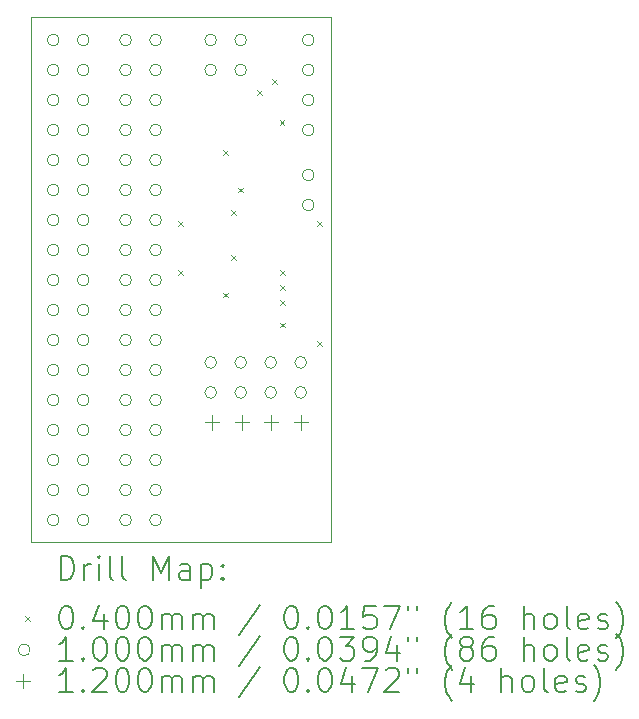
<source format=gbr>
%TF.GenerationSoftware,KiCad,Pcbnew,6.0.8-f2edbf62ab~116~ubuntu22.04.1*%
%TF.CreationDate,2022-10-12T19:38:26+02:00*%
%TF.ProjectId,Amiga dual floppy selector,416d6967-6120-4647-9561-6c20666c6f70,0.2*%
%TF.SameCoordinates,Original*%
%TF.FileFunction,Drillmap*%
%TF.FilePolarity,Positive*%
%FSLAX45Y45*%
G04 Gerber Fmt 4.5, Leading zero omitted, Abs format (unit mm)*
G04 Created by KiCad (PCBNEW 6.0.8-f2edbf62ab~116~ubuntu22.04.1) date 2022-10-12 19:38:26*
%MOMM*%
%LPD*%
G01*
G04 APERTURE LIST*
%ADD10C,0.100000*%
%ADD11C,0.200000*%
%ADD12C,0.040000*%
%ADD13C,0.120000*%
G04 APERTURE END LIST*
D10*
X13144500Y-6667500D02*
X10604500Y-6667500D01*
X10604500Y-6667500D02*
X10604500Y-11112500D01*
X13144500Y-11112500D02*
X13144500Y-6667500D01*
X10604500Y-11112500D02*
X13144500Y-11112500D01*
D11*
D12*
X11854500Y-8393750D02*
X11894500Y-8433750D01*
X11894500Y-8393750D02*
X11854500Y-8433750D01*
X11854500Y-8806500D02*
X11894500Y-8846500D01*
X11894500Y-8806500D02*
X11854500Y-8846500D01*
X12235500Y-7790500D02*
X12275500Y-7830500D01*
X12275500Y-7790500D02*
X12235500Y-7830500D01*
X12235500Y-8997000D02*
X12275500Y-9037000D01*
X12275500Y-8997000D02*
X12235500Y-9037000D01*
X12299000Y-8298500D02*
X12339000Y-8338500D01*
X12339000Y-8298500D02*
X12299000Y-8338500D01*
X12299000Y-8679500D02*
X12339000Y-8719500D01*
X12339000Y-8679500D02*
X12299000Y-8719500D01*
X12362500Y-8108000D02*
X12402500Y-8148000D01*
X12402500Y-8108000D02*
X12362500Y-8148000D01*
X12521250Y-7282500D02*
X12561250Y-7322500D01*
X12561250Y-7282500D02*
X12521250Y-7322500D01*
X12648250Y-7187250D02*
X12688250Y-7227250D01*
X12688250Y-7187250D02*
X12648250Y-7227250D01*
X12711750Y-7536500D02*
X12751750Y-7576500D01*
X12751750Y-7536500D02*
X12711750Y-7576500D01*
X12718100Y-8806377D02*
X12758100Y-8846377D01*
X12758100Y-8806377D02*
X12718100Y-8846377D01*
X12718100Y-8933500D02*
X12758100Y-8973500D01*
X12758100Y-8933500D02*
X12718100Y-8973500D01*
X12718100Y-9060500D02*
X12758100Y-9100500D01*
X12758100Y-9060500D02*
X12718100Y-9100500D01*
X12718100Y-9251000D02*
X12758100Y-9291000D01*
X12758100Y-9251000D02*
X12718100Y-9291000D01*
X13029250Y-8393750D02*
X13069250Y-8433750D01*
X13069250Y-8393750D02*
X13029250Y-8433750D01*
X13029250Y-9409750D02*
X13069250Y-9449750D01*
X13069250Y-9409750D02*
X13029250Y-9449750D01*
D10*
X10845000Y-6858000D02*
G75*
G03*
X10845000Y-6858000I-50000J0D01*
G01*
X10845000Y-7112000D02*
G75*
G03*
X10845000Y-7112000I-50000J0D01*
G01*
X10845000Y-7366000D02*
G75*
G03*
X10845000Y-7366000I-50000J0D01*
G01*
X10845000Y-7620000D02*
G75*
G03*
X10845000Y-7620000I-50000J0D01*
G01*
X10845000Y-7874000D02*
G75*
G03*
X10845000Y-7874000I-50000J0D01*
G01*
X10845000Y-8128000D02*
G75*
G03*
X10845000Y-8128000I-50000J0D01*
G01*
X10845000Y-8382000D02*
G75*
G03*
X10845000Y-8382000I-50000J0D01*
G01*
X10845000Y-8636000D02*
G75*
G03*
X10845000Y-8636000I-50000J0D01*
G01*
X10845000Y-8890000D02*
G75*
G03*
X10845000Y-8890000I-50000J0D01*
G01*
X10845000Y-9144000D02*
G75*
G03*
X10845000Y-9144000I-50000J0D01*
G01*
X10845000Y-9398000D02*
G75*
G03*
X10845000Y-9398000I-50000J0D01*
G01*
X10845000Y-9652000D02*
G75*
G03*
X10845000Y-9652000I-50000J0D01*
G01*
X10845000Y-9906000D02*
G75*
G03*
X10845000Y-9906000I-50000J0D01*
G01*
X10845000Y-10160000D02*
G75*
G03*
X10845000Y-10160000I-50000J0D01*
G01*
X10845000Y-10414000D02*
G75*
G03*
X10845000Y-10414000I-50000J0D01*
G01*
X10845000Y-10668000D02*
G75*
G03*
X10845000Y-10668000I-50000J0D01*
G01*
X10845000Y-10922000D02*
G75*
G03*
X10845000Y-10922000I-50000J0D01*
G01*
X11099000Y-6858000D02*
G75*
G03*
X11099000Y-6858000I-50000J0D01*
G01*
X11099000Y-7112000D02*
G75*
G03*
X11099000Y-7112000I-50000J0D01*
G01*
X11099000Y-7366000D02*
G75*
G03*
X11099000Y-7366000I-50000J0D01*
G01*
X11099000Y-7620000D02*
G75*
G03*
X11099000Y-7620000I-50000J0D01*
G01*
X11099000Y-7874000D02*
G75*
G03*
X11099000Y-7874000I-50000J0D01*
G01*
X11099000Y-8128000D02*
G75*
G03*
X11099000Y-8128000I-50000J0D01*
G01*
X11099000Y-8382000D02*
G75*
G03*
X11099000Y-8382000I-50000J0D01*
G01*
X11099000Y-8636000D02*
G75*
G03*
X11099000Y-8636000I-50000J0D01*
G01*
X11099000Y-8890000D02*
G75*
G03*
X11099000Y-8890000I-50000J0D01*
G01*
X11099000Y-9144000D02*
G75*
G03*
X11099000Y-9144000I-50000J0D01*
G01*
X11099000Y-9398000D02*
G75*
G03*
X11099000Y-9398000I-50000J0D01*
G01*
X11099000Y-9652000D02*
G75*
G03*
X11099000Y-9652000I-50000J0D01*
G01*
X11099000Y-9906000D02*
G75*
G03*
X11099000Y-9906000I-50000J0D01*
G01*
X11099000Y-10160000D02*
G75*
G03*
X11099000Y-10160000I-50000J0D01*
G01*
X11099000Y-10414000D02*
G75*
G03*
X11099000Y-10414000I-50000J0D01*
G01*
X11099000Y-10668000D02*
G75*
G03*
X11099000Y-10668000I-50000J0D01*
G01*
X11099000Y-10922000D02*
G75*
G03*
X11099000Y-10922000I-50000J0D01*
G01*
X11458022Y-6859000D02*
G75*
G03*
X11458022Y-6859000I-50000J0D01*
G01*
X11458022Y-7113000D02*
G75*
G03*
X11458022Y-7113000I-50000J0D01*
G01*
X11458022Y-7367000D02*
G75*
G03*
X11458022Y-7367000I-50000J0D01*
G01*
X11458022Y-7621000D02*
G75*
G03*
X11458022Y-7621000I-50000J0D01*
G01*
X11458022Y-7875000D02*
G75*
G03*
X11458022Y-7875000I-50000J0D01*
G01*
X11458022Y-8129000D02*
G75*
G03*
X11458022Y-8129000I-50000J0D01*
G01*
X11458022Y-8383000D02*
G75*
G03*
X11458022Y-8383000I-50000J0D01*
G01*
X11458022Y-8637000D02*
G75*
G03*
X11458022Y-8637000I-50000J0D01*
G01*
X11458022Y-8891000D02*
G75*
G03*
X11458022Y-8891000I-50000J0D01*
G01*
X11458022Y-9145000D02*
G75*
G03*
X11458022Y-9145000I-50000J0D01*
G01*
X11458022Y-9399000D02*
G75*
G03*
X11458022Y-9399000I-50000J0D01*
G01*
X11458022Y-9653000D02*
G75*
G03*
X11458022Y-9653000I-50000J0D01*
G01*
X11458022Y-9907000D02*
G75*
G03*
X11458022Y-9907000I-50000J0D01*
G01*
X11458022Y-10161000D02*
G75*
G03*
X11458022Y-10161000I-50000J0D01*
G01*
X11458022Y-10415000D02*
G75*
G03*
X11458022Y-10415000I-50000J0D01*
G01*
X11458022Y-10669000D02*
G75*
G03*
X11458022Y-10669000I-50000J0D01*
G01*
X11458022Y-10923000D02*
G75*
G03*
X11458022Y-10923000I-50000J0D01*
G01*
X11712022Y-6859000D02*
G75*
G03*
X11712022Y-6859000I-50000J0D01*
G01*
X11712022Y-7113000D02*
G75*
G03*
X11712022Y-7113000I-50000J0D01*
G01*
X11712022Y-7367000D02*
G75*
G03*
X11712022Y-7367000I-50000J0D01*
G01*
X11712022Y-7621000D02*
G75*
G03*
X11712022Y-7621000I-50000J0D01*
G01*
X11712022Y-7875000D02*
G75*
G03*
X11712022Y-7875000I-50000J0D01*
G01*
X11712022Y-8129000D02*
G75*
G03*
X11712022Y-8129000I-50000J0D01*
G01*
X11712022Y-8383000D02*
G75*
G03*
X11712022Y-8383000I-50000J0D01*
G01*
X11712022Y-8637000D02*
G75*
G03*
X11712022Y-8637000I-50000J0D01*
G01*
X11712022Y-8891000D02*
G75*
G03*
X11712022Y-8891000I-50000J0D01*
G01*
X11712022Y-9145000D02*
G75*
G03*
X11712022Y-9145000I-50000J0D01*
G01*
X11712022Y-9399000D02*
G75*
G03*
X11712022Y-9399000I-50000J0D01*
G01*
X11712022Y-9653000D02*
G75*
G03*
X11712022Y-9653000I-50000J0D01*
G01*
X11712022Y-9907000D02*
G75*
G03*
X11712022Y-9907000I-50000J0D01*
G01*
X11712022Y-10161000D02*
G75*
G03*
X11712022Y-10161000I-50000J0D01*
G01*
X11712022Y-10415000D02*
G75*
G03*
X11712022Y-10415000I-50000J0D01*
G01*
X11712022Y-10669000D02*
G75*
G03*
X11712022Y-10669000I-50000J0D01*
G01*
X11712022Y-10923000D02*
G75*
G03*
X11712022Y-10923000I-50000J0D01*
G01*
X12178500Y-6858000D02*
G75*
G03*
X12178500Y-6858000I-50000J0D01*
G01*
X12178500Y-7112000D02*
G75*
G03*
X12178500Y-7112000I-50000J0D01*
G01*
X12178500Y-9588500D02*
G75*
G03*
X12178500Y-9588500I-50000J0D01*
G01*
X12178500Y-9842500D02*
G75*
G03*
X12178500Y-9842500I-50000J0D01*
G01*
X12432500Y-6858000D02*
G75*
G03*
X12432500Y-6858000I-50000J0D01*
G01*
X12432500Y-7112000D02*
G75*
G03*
X12432500Y-7112000I-50000J0D01*
G01*
X12432500Y-9588500D02*
G75*
G03*
X12432500Y-9588500I-50000J0D01*
G01*
X12432500Y-9842500D02*
G75*
G03*
X12432500Y-9842500I-50000J0D01*
G01*
X12686500Y-9588500D02*
G75*
G03*
X12686500Y-9588500I-50000J0D01*
G01*
X12686500Y-9842500D02*
G75*
G03*
X12686500Y-9842500I-50000J0D01*
G01*
X12940500Y-9588500D02*
G75*
G03*
X12940500Y-9588500I-50000J0D01*
G01*
X12940500Y-9842500D02*
G75*
G03*
X12940500Y-9842500I-50000J0D01*
G01*
X13004000Y-6858000D02*
G75*
G03*
X13004000Y-6858000I-50000J0D01*
G01*
X13004000Y-7112000D02*
G75*
G03*
X13004000Y-7112000I-50000J0D01*
G01*
X13004000Y-7366000D02*
G75*
G03*
X13004000Y-7366000I-50000J0D01*
G01*
X13004000Y-7620000D02*
G75*
G03*
X13004000Y-7620000I-50000J0D01*
G01*
X13004000Y-8001000D02*
G75*
G03*
X13004000Y-8001000I-50000J0D01*
G01*
X13004000Y-8255000D02*
G75*
G03*
X13004000Y-8255000I-50000J0D01*
G01*
D13*
X12140500Y-10036500D02*
X12140500Y-10156500D01*
X12080500Y-10096500D02*
X12200500Y-10096500D01*
X12390500Y-10036500D02*
X12390500Y-10156500D01*
X12330500Y-10096500D02*
X12450500Y-10096500D01*
X12640500Y-10036500D02*
X12640500Y-10156500D01*
X12580500Y-10096500D02*
X12700500Y-10096500D01*
X12890500Y-10036500D02*
X12890500Y-10156500D01*
X12830500Y-10096500D02*
X12950500Y-10096500D01*
D11*
X10857119Y-11427976D02*
X10857119Y-11227976D01*
X10904738Y-11227976D01*
X10933310Y-11237500D01*
X10952357Y-11256548D01*
X10961881Y-11275595D01*
X10971405Y-11313690D01*
X10971405Y-11342262D01*
X10961881Y-11380357D01*
X10952357Y-11399405D01*
X10933310Y-11418452D01*
X10904738Y-11427976D01*
X10857119Y-11427976D01*
X11057119Y-11427976D02*
X11057119Y-11294643D01*
X11057119Y-11332738D02*
X11066643Y-11313690D01*
X11076167Y-11304167D01*
X11095214Y-11294643D01*
X11114262Y-11294643D01*
X11180929Y-11427976D02*
X11180929Y-11294643D01*
X11180929Y-11227976D02*
X11171405Y-11237500D01*
X11180929Y-11247024D01*
X11190452Y-11237500D01*
X11180929Y-11227976D01*
X11180929Y-11247024D01*
X11304738Y-11427976D02*
X11285690Y-11418452D01*
X11276167Y-11399405D01*
X11276167Y-11227976D01*
X11409500Y-11427976D02*
X11390452Y-11418452D01*
X11380928Y-11399405D01*
X11380928Y-11227976D01*
X11638071Y-11427976D02*
X11638071Y-11227976D01*
X11704738Y-11370833D01*
X11771405Y-11227976D01*
X11771405Y-11427976D01*
X11952357Y-11427976D02*
X11952357Y-11323214D01*
X11942833Y-11304167D01*
X11923786Y-11294643D01*
X11885690Y-11294643D01*
X11866643Y-11304167D01*
X11952357Y-11418452D02*
X11933309Y-11427976D01*
X11885690Y-11427976D01*
X11866643Y-11418452D01*
X11857119Y-11399405D01*
X11857119Y-11380357D01*
X11866643Y-11361309D01*
X11885690Y-11351786D01*
X11933309Y-11351786D01*
X11952357Y-11342262D01*
X12047595Y-11294643D02*
X12047595Y-11494643D01*
X12047595Y-11304167D02*
X12066643Y-11294643D01*
X12104738Y-11294643D01*
X12123786Y-11304167D01*
X12133309Y-11313690D01*
X12142833Y-11332738D01*
X12142833Y-11389881D01*
X12133309Y-11408928D01*
X12123786Y-11418452D01*
X12104738Y-11427976D01*
X12066643Y-11427976D01*
X12047595Y-11418452D01*
X12228548Y-11408928D02*
X12238071Y-11418452D01*
X12228548Y-11427976D01*
X12219024Y-11418452D01*
X12228548Y-11408928D01*
X12228548Y-11427976D01*
X12228548Y-11304167D02*
X12238071Y-11313690D01*
X12228548Y-11323214D01*
X12219024Y-11313690D01*
X12228548Y-11304167D01*
X12228548Y-11323214D01*
D12*
X10559500Y-11737500D02*
X10599500Y-11777500D01*
X10599500Y-11737500D02*
X10559500Y-11777500D01*
D11*
X10895214Y-11647976D02*
X10914262Y-11647976D01*
X10933310Y-11657500D01*
X10942833Y-11667024D01*
X10952357Y-11686071D01*
X10961881Y-11724167D01*
X10961881Y-11771786D01*
X10952357Y-11809881D01*
X10942833Y-11828928D01*
X10933310Y-11838452D01*
X10914262Y-11847976D01*
X10895214Y-11847976D01*
X10876167Y-11838452D01*
X10866643Y-11828928D01*
X10857119Y-11809881D01*
X10847595Y-11771786D01*
X10847595Y-11724167D01*
X10857119Y-11686071D01*
X10866643Y-11667024D01*
X10876167Y-11657500D01*
X10895214Y-11647976D01*
X11047595Y-11828928D02*
X11057119Y-11838452D01*
X11047595Y-11847976D01*
X11038071Y-11838452D01*
X11047595Y-11828928D01*
X11047595Y-11847976D01*
X11228548Y-11714643D02*
X11228548Y-11847976D01*
X11180929Y-11638452D02*
X11133310Y-11781309D01*
X11257119Y-11781309D01*
X11371405Y-11647976D02*
X11390452Y-11647976D01*
X11409500Y-11657500D01*
X11419024Y-11667024D01*
X11428548Y-11686071D01*
X11438071Y-11724167D01*
X11438071Y-11771786D01*
X11428548Y-11809881D01*
X11419024Y-11828928D01*
X11409500Y-11838452D01*
X11390452Y-11847976D01*
X11371405Y-11847976D01*
X11352357Y-11838452D01*
X11342833Y-11828928D01*
X11333309Y-11809881D01*
X11323786Y-11771786D01*
X11323786Y-11724167D01*
X11333309Y-11686071D01*
X11342833Y-11667024D01*
X11352357Y-11657500D01*
X11371405Y-11647976D01*
X11561881Y-11647976D02*
X11580928Y-11647976D01*
X11599976Y-11657500D01*
X11609500Y-11667024D01*
X11619024Y-11686071D01*
X11628548Y-11724167D01*
X11628548Y-11771786D01*
X11619024Y-11809881D01*
X11609500Y-11828928D01*
X11599976Y-11838452D01*
X11580928Y-11847976D01*
X11561881Y-11847976D01*
X11542833Y-11838452D01*
X11533309Y-11828928D01*
X11523786Y-11809881D01*
X11514262Y-11771786D01*
X11514262Y-11724167D01*
X11523786Y-11686071D01*
X11533309Y-11667024D01*
X11542833Y-11657500D01*
X11561881Y-11647976D01*
X11714262Y-11847976D02*
X11714262Y-11714643D01*
X11714262Y-11733690D02*
X11723786Y-11724167D01*
X11742833Y-11714643D01*
X11771405Y-11714643D01*
X11790452Y-11724167D01*
X11799976Y-11743214D01*
X11799976Y-11847976D01*
X11799976Y-11743214D02*
X11809500Y-11724167D01*
X11828548Y-11714643D01*
X11857119Y-11714643D01*
X11876167Y-11724167D01*
X11885690Y-11743214D01*
X11885690Y-11847976D01*
X11980928Y-11847976D02*
X11980928Y-11714643D01*
X11980928Y-11733690D02*
X11990452Y-11724167D01*
X12009500Y-11714643D01*
X12038071Y-11714643D01*
X12057119Y-11724167D01*
X12066643Y-11743214D01*
X12066643Y-11847976D01*
X12066643Y-11743214D02*
X12076167Y-11724167D01*
X12095214Y-11714643D01*
X12123786Y-11714643D01*
X12142833Y-11724167D01*
X12152357Y-11743214D01*
X12152357Y-11847976D01*
X12542833Y-11638452D02*
X12371405Y-11895595D01*
X12799976Y-11647976D02*
X12819024Y-11647976D01*
X12838071Y-11657500D01*
X12847595Y-11667024D01*
X12857119Y-11686071D01*
X12866643Y-11724167D01*
X12866643Y-11771786D01*
X12857119Y-11809881D01*
X12847595Y-11828928D01*
X12838071Y-11838452D01*
X12819024Y-11847976D01*
X12799976Y-11847976D01*
X12780928Y-11838452D01*
X12771405Y-11828928D01*
X12761881Y-11809881D01*
X12752357Y-11771786D01*
X12752357Y-11724167D01*
X12761881Y-11686071D01*
X12771405Y-11667024D01*
X12780928Y-11657500D01*
X12799976Y-11647976D01*
X12952357Y-11828928D02*
X12961881Y-11838452D01*
X12952357Y-11847976D01*
X12942833Y-11838452D01*
X12952357Y-11828928D01*
X12952357Y-11847976D01*
X13085690Y-11647976D02*
X13104738Y-11647976D01*
X13123786Y-11657500D01*
X13133309Y-11667024D01*
X13142833Y-11686071D01*
X13152357Y-11724167D01*
X13152357Y-11771786D01*
X13142833Y-11809881D01*
X13133309Y-11828928D01*
X13123786Y-11838452D01*
X13104738Y-11847976D01*
X13085690Y-11847976D01*
X13066643Y-11838452D01*
X13057119Y-11828928D01*
X13047595Y-11809881D01*
X13038071Y-11771786D01*
X13038071Y-11724167D01*
X13047595Y-11686071D01*
X13057119Y-11667024D01*
X13066643Y-11657500D01*
X13085690Y-11647976D01*
X13342833Y-11847976D02*
X13228548Y-11847976D01*
X13285690Y-11847976D02*
X13285690Y-11647976D01*
X13266643Y-11676548D01*
X13247595Y-11695595D01*
X13228548Y-11705119D01*
X13523786Y-11647976D02*
X13428548Y-11647976D01*
X13419024Y-11743214D01*
X13428548Y-11733690D01*
X13447595Y-11724167D01*
X13495214Y-11724167D01*
X13514262Y-11733690D01*
X13523786Y-11743214D01*
X13533309Y-11762262D01*
X13533309Y-11809881D01*
X13523786Y-11828928D01*
X13514262Y-11838452D01*
X13495214Y-11847976D01*
X13447595Y-11847976D01*
X13428548Y-11838452D01*
X13419024Y-11828928D01*
X13599976Y-11647976D02*
X13733309Y-11647976D01*
X13647595Y-11847976D01*
X13799976Y-11647976D02*
X13799976Y-11686071D01*
X13876167Y-11647976D02*
X13876167Y-11686071D01*
X14171405Y-11924167D02*
X14161881Y-11914643D01*
X14142833Y-11886071D01*
X14133309Y-11867024D01*
X14123786Y-11838452D01*
X14114262Y-11790833D01*
X14114262Y-11752738D01*
X14123786Y-11705119D01*
X14133309Y-11676548D01*
X14142833Y-11657500D01*
X14161881Y-11628928D01*
X14171405Y-11619405D01*
X14352357Y-11847976D02*
X14238071Y-11847976D01*
X14295214Y-11847976D02*
X14295214Y-11647976D01*
X14276167Y-11676548D01*
X14257119Y-11695595D01*
X14238071Y-11705119D01*
X14523786Y-11647976D02*
X14485690Y-11647976D01*
X14466643Y-11657500D01*
X14457119Y-11667024D01*
X14438071Y-11695595D01*
X14428548Y-11733690D01*
X14428548Y-11809881D01*
X14438071Y-11828928D01*
X14447595Y-11838452D01*
X14466643Y-11847976D01*
X14504738Y-11847976D01*
X14523786Y-11838452D01*
X14533309Y-11828928D01*
X14542833Y-11809881D01*
X14542833Y-11762262D01*
X14533309Y-11743214D01*
X14523786Y-11733690D01*
X14504738Y-11724167D01*
X14466643Y-11724167D01*
X14447595Y-11733690D01*
X14438071Y-11743214D01*
X14428548Y-11762262D01*
X14780928Y-11847976D02*
X14780928Y-11647976D01*
X14866643Y-11847976D02*
X14866643Y-11743214D01*
X14857119Y-11724167D01*
X14838071Y-11714643D01*
X14809500Y-11714643D01*
X14790452Y-11724167D01*
X14780928Y-11733690D01*
X14990452Y-11847976D02*
X14971405Y-11838452D01*
X14961881Y-11828928D01*
X14952357Y-11809881D01*
X14952357Y-11752738D01*
X14961881Y-11733690D01*
X14971405Y-11724167D01*
X14990452Y-11714643D01*
X15019024Y-11714643D01*
X15038071Y-11724167D01*
X15047595Y-11733690D01*
X15057119Y-11752738D01*
X15057119Y-11809881D01*
X15047595Y-11828928D01*
X15038071Y-11838452D01*
X15019024Y-11847976D01*
X14990452Y-11847976D01*
X15171405Y-11847976D02*
X15152357Y-11838452D01*
X15142833Y-11819405D01*
X15142833Y-11647976D01*
X15323786Y-11838452D02*
X15304738Y-11847976D01*
X15266643Y-11847976D01*
X15247595Y-11838452D01*
X15238071Y-11819405D01*
X15238071Y-11743214D01*
X15247595Y-11724167D01*
X15266643Y-11714643D01*
X15304738Y-11714643D01*
X15323786Y-11724167D01*
X15333309Y-11743214D01*
X15333309Y-11762262D01*
X15238071Y-11781309D01*
X15409500Y-11838452D02*
X15428548Y-11847976D01*
X15466643Y-11847976D01*
X15485690Y-11838452D01*
X15495214Y-11819405D01*
X15495214Y-11809881D01*
X15485690Y-11790833D01*
X15466643Y-11781309D01*
X15438071Y-11781309D01*
X15419024Y-11771786D01*
X15409500Y-11752738D01*
X15409500Y-11743214D01*
X15419024Y-11724167D01*
X15438071Y-11714643D01*
X15466643Y-11714643D01*
X15485690Y-11724167D01*
X15561881Y-11924167D02*
X15571405Y-11914643D01*
X15590452Y-11886071D01*
X15599976Y-11867024D01*
X15609500Y-11838452D01*
X15619024Y-11790833D01*
X15619024Y-11752738D01*
X15609500Y-11705119D01*
X15599976Y-11676548D01*
X15590452Y-11657500D01*
X15571405Y-11628928D01*
X15561881Y-11619405D01*
D10*
X10599500Y-12021500D02*
G75*
G03*
X10599500Y-12021500I-50000J0D01*
G01*
D11*
X10961881Y-12111976D02*
X10847595Y-12111976D01*
X10904738Y-12111976D02*
X10904738Y-11911976D01*
X10885690Y-11940548D01*
X10866643Y-11959595D01*
X10847595Y-11969119D01*
X11047595Y-12092928D02*
X11057119Y-12102452D01*
X11047595Y-12111976D01*
X11038071Y-12102452D01*
X11047595Y-12092928D01*
X11047595Y-12111976D01*
X11180929Y-11911976D02*
X11199976Y-11911976D01*
X11219024Y-11921500D01*
X11228548Y-11931024D01*
X11238071Y-11950071D01*
X11247595Y-11988167D01*
X11247595Y-12035786D01*
X11238071Y-12073881D01*
X11228548Y-12092928D01*
X11219024Y-12102452D01*
X11199976Y-12111976D01*
X11180929Y-12111976D01*
X11161881Y-12102452D01*
X11152357Y-12092928D01*
X11142833Y-12073881D01*
X11133310Y-12035786D01*
X11133310Y-11988167D01*
X11142833Y-11950071D01*
X11152357Y-11931024D01*
X11161881Y-11921500D01*
X11180929Y-11911976D01*
X11371405Y-11911976D02*
X11390452Y-11911976D01*
X11409500Y-11921500D01*
X11419024Y-11931024D01*
X11428548Y-11950071D01*
X11438071Y-11988167D01*
X11438071Y-12035786D01*
X11428548Y-12073881D01*
X11419024Y-12092928D01*
X11409500Y-12102452D01*
X11390452Y-12111976D01*
X11371405Y-12111976D01*
X11352357Y-12102452D01*
X11342833Y-12092928D01*
X11333309Y-12073881D01*
X11323786Y-12035786D01*
X11323786Y-11988167D01*
X11333309Y-11950071D01*
X11342833Y-11931024D01*
X11352357Y-11921500D01*
X11371405Y-11911976D01*
X11561881Y-11911976D02*
X11580928Y-11911976D01*
X11599976Y-11921500D01*
X11609500Y-11931024D01*
X11619024Y-11950071D01*
X11628548Y-11988167D01*
X11628548Y-12035786D01*
X11619024Y-12073881D01*
X11609500Y-12092928D01*
X11599976Y-12102452D01*
X11580928Y-12111976D01*
X11561881Y-12111976D01*
X11542833Y-12102452D01*
X11533309Y-12092928D01*
X11523786Y-12073881D01*
X11514262Y-12035786D01*
X11514262Y-11988167D01*
X11523786Y-11950071D01*
X11533309Y-11931024D01*
X11542833Y-11921500D01*
X11561881Y-11911976D01*
X11714262Y-12111976D02*
X11714262Y-11978643D01*
X11714262Y-11997690D02*
X11723786Y-11988167D01*
X11742833Y-11978643D01*
X11771405Y-11978643D01*
X11790452Y-11988167D01*
X11799976Y-12007214D01*
X11799976Y-12111976D01*
X11799976Y-12007214D02*
X11809500Y-11988167D01*
X11828548Y-11978643D01*
X11857119Y-11978643D01*
X11876167Y-11988167D01*
X11885690Y-12007214D01*
X11885690Y-12111976D01*
X11980928Y-12111976D02*
X11980928Y-11978643D01*
X11980928Y-11997690D02*
X11990452Y-11988167D01*
X12009500Y-11978643D01*
X12038071Y-11978643D01*
X12057119Y-11988167D01*
X12066643Y-12007214D01*
X12066643Y-12111976D01*
X12066643Y-12007214D02*
X12076167Y-11988167D01*
X12095214Y-11978643D01*
X12123786Y-11978643D01*
X12142833Y-11988167D01*
X12152357Y-12007214D01*
X12152357Y-12111976D01*
X12542833Y-11902452D02*
X12371405Y-12159595D01*
X12799976Y-11911976D02*
X12819024Y-11911976D01*
X12838071Y-11921500D01*
X12847595Y-11931024D01*
X12857119Y-11950071D01*
X12866643Y-11988167D01*
X12866643Y-12035786D01*
X12857119Y-12073881D01*
X12847595Y-12092928D01*
X12838071Y-12102452D01*
X12819024Y-12111976D01*
X12799976Y-12111976D01*
X12780928Y-12102452D01*
X12771405Y-12092928D01*
X12761881Y-12073881D01*
X12752357Y-12035786D01*
X12752357Y-11988167D01*
X12761881Y-11950071D01*
X12771405Y-11931024D01*
X12780928Y-11921500D01*
X12799976Y-11911976D01*
X12952357Y-12092928D02*
X12961881Y-12102452D01*
X12952357Y-12111976D01*
X12942833Y-12102452D01*
X12952357Y-12092928D01*
X12952357Y-12111976D01*
X13085690Y-11911976D02*
X13104738Y-11911976D01*
X13123786Y-11921500D01*
X13133309Y-11931024D01*
X13142833Y-11950071D01*
X13152357Y-11988167D01*
X13152357Y-12035786D01*
X13142833Y-12073881D01*
X13133309Y-12092928D01*
X13123786Y-12102452D01*
X13104738Y-12111976D01*
X13085690Y-12111976D01*
X13066643Y-12102452D01*
X13057119Y-12092928D01*
X13047595Y-12073881D01*
X13038071Y-12035786D01*
X13038071Y-11988167D01*
X13047595Y-11950071D01*
X13057119Y-11931024D01*
X13066643Y-11921500D01*
X13085690Y-11911976D01*
X13219024Y-11911976D02*
X13342833Y-11911976D01*
X13276167Y-11988167D01*
X13304738Y-11988167D01*
X13323786Y-11997690D01*
X13333309Y-12007214D01*
X13342833Y-12026262D01*
X13342833Y-12073881D01*
X13333309Y-12092928D01*
X13323786Y-12102452D01*
X13304738Y-12111976D01*
X13247595Y-12111976D01*
X13228548Y-12102452D01*
X13219024Y-12092928D01*
X13438071Y-12111976D02*
X13476167Y-12111976D01*
X13495214Y-12102452D01*
X13504738Y-12092928D01*
X13523786Y-12064357D01*
X13533309Y-12026262D01*
X13533309Y-11950071D01*
X13523786Y-11931024D01*
X13514262Y-11921500D01*
X13495214Y-11911976D01*
X13457119Y-11911976D01*
X13438071Y-11921500D01*
X13428548Y-11931024D01*
X13419024Y-11950071D01*
X13419024Y-11997690D01*
X13428548Y-12016738D01*
X13438071Y-12026262D01*
X13457119Y-12035786D01*
X13495214Y-12035786D01*
X13514262Y-12026262D01*
X13523786Y-12016738D01*
X13533309Y-11997690D01*
X13704738Y-11978643D02*
X13704738Y-12111976D01*
X13657119Y-11902452D02*
X13609500Y-12045309D01*
X13733309Y-12045309D01*
X13799976Y-11911976D02*
X13799976Y-11950071D01*
X13876167Y-11911976D02*
X13876167Y-11950071D01*
X14171405Y-12188167D02*
X14161881Y-12178643D01*
X14142833Y-12150071D01*
X14133309Y-12131024D01*
X14123786Y-12102452D01*
X14114262Y-12054833D01*
X14114262Y-12016738D01*
X14123786Y-11969119D01*
X14133309Y-11940548D01*
X14142833Y-11921500D01*
X14161881Y-11892928D01*
X14171405Y-11883405D01*
X14276167Y-11997690D02*
X14257119Y-11988167D01*
X14247595Y-11978643D01*
X14238071Y-11959595D01*
X14238071Y-11950071D01*
X14247595Y-11931024D01*
X14257119Y-11921500D01*
X14276167Y-11911976D01*
X14314262Y-11911976D01*
X14333309Y-11921500D01*
X14342833Y-11931024D01*
X14352357Y-11950071D01*
X14352357Y-11959595D01*
X14342833Y-11978643D01*
X14333309Y-11988167D01*
X14314262Y-11997690D01*
X14276167Y-11997690D01*
X14257119Y-12007214D01*
X14247595Y-12016738D01*
X14238071Y-12035786D01*
X14238071Y-12073881D01*
X14247595Y-12092928D01*
X14257119Y-12102452D01*
X14276167Y-12111976D01*
X14314262Y-12111976D01*
X14333309Y-12102452D01*
X14342833Y-12092928D01*
X14352357Y-12073881D01*
X14352357Y-12035786D01*
X14342833Y-12016738D01*
X14333309Y-12007214D01*
X14314262Y-11997690D01*
X14523786Y-11911976D02*
X14485690Y-11911976D01*
X14466643Y-11921500D01*
X14457119Y-11931024D01*
X14438071Y-11959595D01*
X14428548Y-11997690D01*
X14428548Y-12073881D01*
X14438071Y-12092928D01*
X14447595Y-12102452D01*
X14466643Y-12111976D01*
X14504738Y-12111976D01*
X14523786Y-12102452D01*
X14533309Y-12092928D01*
X14542833Y-12073881D01*
X14542833Y-12026262D01*
X14533309Y-12007214D01*
X14523786Y-11997690D01*
X14504738Y-11988167D01*
X14466643Y-11988167D01*
X14447595Y-11997690D01*
X14438071Y-12007214D01*
X14428548Y-12026262D01*
X14780928Y-12111976D02*
X14780928Y-11911976D01*
X14866643Y-12111976D02*
X14866643Y-12007214D01*
X14857119Y-11988167D01*
X14838071Y-11978643D01*
X14809500Y-11978643D01*
X14790452Y-11988167D01*
X14780928Y-11997690D01*
X14990452Y-12111976D02*
X14971405Y-12102452D01*
X14961881Y-12092928D01*
X14952357Y-12073881D01*
X14952357Y-12016738D01*
X14961881Y-11997690D01*
X14971405Y-11988167D01*
X14990452Y-11978643D01*
X15019024Y-11978643D01*
X15038071Y-11988167D01*
X15047595Y-11997690D01*
X15057119Y-12016738D01*
X15057119Y-12073881D01*
X15047595Y-12092928D01*
X15038071Y-12102452D01*
X15019024Y-12111976D01*
X14990452Y-12111976D01*
X15171405Y-12111976D02*
X15152357Y-12102452D01*
X15142833Y-12083405D01*
X15142833Y-11911976D01*
X15323786Y-12102452D02*
X15304738Y-12111976D01*
X15266643Y-12111976D01*
X15247595Y-12102452D01*
X15238071Y-12083405D01*
X15238071Y-12007214D01*
X15247595Y-11988167D01*
X15266643Y-11978643D01*
X15304738Y-11978643D01*
X15323786Y-11988167D01*
X15333309Y-12007214D01*
X15333309Y-12026262D01*
X15238071Y-12045309D01*
X15409500Y-12102452D02*
X15428548Y-12111976D01*
X15466643Y-12111976D01*
X15485690Y-12102452D01*
X15495214Y-12083405D01*
X15495214Y-12073881D01*
X15485690Y-12054833D01*
X15466643Y-12045309D01*
X15438071Y-12045309D01*
X15419024Y-12035786D01*
X15409500Y-12016738D01*
X15409500Y-12007214D01*
X15419024Y-11988167D01*
X15438071Y-11978643D01*
X15466643Y-11978643D01*
X15485690Y-11988167D01*
X15561881Y-12188167D02*
X15571405Y-12178643D01*
X15590452Y-12150071D01*
X15599976Y-12131024D01*
X15609500Y-12102452D01*
X15619024Y-12054833D01*
X15619024Y-12016738D01*
X15609500Y-11969119D01*
X15599976Y-11940548D01*
X15590452Y-11921500D01*
X15571405Y-11892928D01*
X15561881Y-11883405D01*
D13*
X10539500Y-12225500D02*
X10539500Y-12345500D01*
X10479500Y-12285500D02*
X10599500Y-12285500D01*
D11*
X10961881Y-12375976D02*
X10847595Y-12375976D01*
X10904738Y-12375976D02*
X10904738Y-12175976D01*
X10885690Y-12204548D01*
X10866643Y-12223595D01*
X10847595Y-12233119D01*
X11047595Y-12356928D02*
X11057119Y-12366452D01*
X11047595Y-12375976D01*
X11038071Y-12366452D01*
X11047595Y-12356928D01*
X11047595Y-12375976D01*
X11133310Y-12195024D02*
X11142833Y-12185500D01*
X11161881Y-12175976D01*
X11209500Y-12175976D01*
X11228548Y-12185500D01*
X11238071Y-12195024D01*
X11247595Y-12214071D01*
X11247595Y-12233119D01*
X11238071Y-12261690D01*
X11123786Y-12375976D01*
X11247595Y-12375976D01*
X11371405Y-12175976D02*
X11390452Y-12175976D01*
X11409500Y-12185500D01*
X11419024Y-12195024D01*
X11428548Y-12214071D01*
X11438071Y-12252167D01*
X11438071Y-12299786D01*
X11428548Y-12337881D01*
X11419024Y-12356928D01*
X11409500Y-12366452D01*
X11390452Y-12375976D01*
X11371405Y-12375976D01*
X11352357Y-12366452D01*
X11342833Y-12356928D01*
X11333309Y-12337881D01*
X11323786Y-12299786D01*
X11323786Y-12252167D01*
X11333309Y-12214071D01*
X11342833Y-12195024D01*
X11352357Y-12185500D01*
X11371405Y-12175976D01*
X11561881Y-12175976D02*
X11580928Y-12175976D01*
X11599976Y-12185500D01*
X11609500Y-12195024D01*
X11619024Y-12214071D01*
X11628548Y-12252167D01*
X11628548Y-12299786D01*
X11619024Y-12337881D01*
X11609500Y-12356928D01*
X11599976Y-12366452D01*
X11580928Y-12375976D01*
X11561881Y-12375976D01*
X11542833Y-12366452D01*
X11533309Y-12356928D01*
X11523786Y-12337881D01*
X11514262Y-12299786D01*
X11514262Y-12252167D01*
X11523786Y-12214071D01*
X11533309Y-12195024D01*
X11542833Y-12185500D01*
X11561881Y-12175976D01*
X11714262Y-12375976D02*
X11714262Y-12242643D01*
X11714262Y-12261690D02*
X11723786Y-12252167D01*
X11742833Y-12242643D01*
X11771405Y-12242643D01*
X11790452Y-12252167D01*
X11799976Y-12271214D01*
X11799976Y-12375976D01*
X11799976Y-12271214D02*
X11809500Y-12252167D01*
X11828548Y-12242643D01*
X11857119Y-12242643D01*
X11876167Y-12252167D01*
X11885690Y-12271214D01*
X11885690Y-12375976D01*
X11980928Y-12375976D02*
X11980928Y-12242643D01*
X11980928Y-12261690D02*
X11990452Y-12252167D01*
X12009500Y-12242643D01*
X12038071Y-12242643D01*
X12057119Y-12252167D01*
X12066643Y-12271214D01*
X12066643Y-12375976D01*
X12066643Y-12271214D02*
X12076167Y-12252167D01*
X12095214Y-12242643D01*
X12123786Y-12242643D01*
X12142833Y-12252167D01*
X12152357Y-12271214D01*
X12152357Y-12375976D01*
X12542833Y-12166452D02*
X12371405Y-12423595D01*
X12799976Y-12175976D02*
X12819024Y-12175976D01*
X12838071Y-12185500D01*
X12847595Y-12195024D01*
X12857119Y-12214071D01*
X12866643Y-12252167D01*
X12866643Y-12299786D01*
X12857119Y-12337881D01*
X12847595Y-12356928D01*
X12838071Y-12366452D01*
X12819024Y-12375976D01*
X12799976Y-12375976D01*
X12780928Y-12366452D01*
X12771405Y-12356928D01*
X12761881Y-12337881D01*
X12752357Y-12299786D01*
X12752357Y-12252167D01*
X12761881Y-12214071D01*
X12771405Y-12195024D01*
X12780928Y-12185500D01*
X12799976Y-12175976D01*
X12952357Y-12356928D02*
X12961881Y-12366452D01*
X12952357Y-12375976D01*
X12942833Y-12366452D01*
X12952357Y-12356928D01*
X12952357Y-12375976D01*
X13085690Y-12175976D02*
X13104738Y-12175976D01*
X13123786Y-12185500D01*
X13133309Y-12195024D01*
X13142833Y-12214071D01*
X13152357Y-12252167D01*
X13152357Y-12299786D01*
X13142833Y-12337881D01*
X13133309Y-12356928D01*
X13123786Y-12366452D01*
X13104738Y-12375976D01*
X13085690Y-12375976D01*
X13066643Y-12366452D01*
X13057119Y-12356928D01*
X13047595Y-12337881D01*
X13038071Y-12299786D01*
X13038071Y-12252167D01*
X13047595Y-12214071D01*
X13057119Y-12195024D01*
X13066643Y-12185500D01*
X13085690Y-12175976D01*
X13323786Y-12242643D02*
X13323786Y-12375976D01*
X13276167Y-12166452D02*
X13228548Y-12309309D01*
X13352357Y-12309309D01*
X13409500Y-12175976D02*
X13542833Y-12175976D01*
X13457119Y-12375976D01*
X13609500Y-12195024D02*
X13619024Y-12185500D01*
X13638071Y-12175976D01*
X13685690Y-12175976D01*
X13704738Y-12185500D01*
X13714262Y-12195024D01*
X13723786Y-12214071D01*
X13723786Y-12233119D01*
X13714262Y-12261690D01*
X13599976Y-12375976D01*
X13723786Y-12375976D01*
X13799976Y-12175976D02*
X13799976Y-12214071D01*
X13876167Y-12175976D02*
X13876167Y-12214071D01*
X14171405Y-12452167D02*
X14161881Y-12442643D01*
X14142833Y-12414071D01*
X14133309Y-12395024D01*
X14123786Y-12366452D01*
X14114262Y-12318833D01*
X14114262Y-12280738D01*
X14123786Y-12233119D01*
X14133309Y-12204548D01*
X14142833Y-12185500D01*
X14161881Y-12156928D01*
X14171405Y-12147405D01*
X14333309Y-12242643D02*
X14333309Y-12375976D01*
X14285690Y-12166452D02*
X14238071Y-12309309D01*
X14361881Y-12309309D01*
X14590452Y-12375976D02*
X14590452Y-12175976D01*
X14676167Y-12375976D02*
X14676167Y-12271214D01*
X14666643Y-12252167D01*
X14647595Y-12242643D01*
X14619024Y-12242643D01*
X14599976Y-12252167D01*
X14590452Y-12261690D01*
X14799976Y-12375976D02*
X14780928Y-12366452D01*
X14771405Y-12356928D01*
X14761881Y-12337881D01*
X14761881Y-12280738D01*
X14771405Y-12261690D01*
X14780928Y-12252167D01*
X14799976Y-12242643D01*
X14828548Y-12242643D01*
X14847595Y-12252167D01*
X14857119Y-12261690D01*
X14866643Y-12280738D01*
X14866643Y-12337881D01*
X14857119Y-12356928D01*
X14847595Y-12366452D01*
X14828548Y-12375976D01*
X14799976Y-12375976D01*
X14980928Y-12375976D02*
X14961881Y-12366452D01*
X14952357Y-12347405D01*
X14952357Y-12175976D01*
X15133309Y-12366452D02*
X15114262Y-12375976D01*
X15076167Y-12375976D01*
X15057119Y-12366452D01*
X15047595Y-12347405D01*
X15047595Y-12271214D01*
X15057119Y-12252167D01*
X15076167Y-12242643D01*
X15114262Y-12242643D01*
X15133309Y-12252167D01*
X15142833Y-12271214D01*
X15142833Y-12290262D01*
X15047595Y-12309309D01*
X15219024Y-12366452D02*
X15238071Y-12375976D01*
X15276167Y-12375976D01*
X15295214Y-12366452D01*
X15304738Y-12347405D01*
X15304738Y-12337881D01*
X15295214Y-12318833D01*
X15276167Y-12309309D01*
X15247595Y-12309309D01*
X15228548Y-12299786D01*
X15219024Y-12280738D01*
X15219024Y-12271214D01*
X15228548Y-12252167D01*
X15247595Y-12242643D01*
X15276167Y-12242643D01*
X15295214Y-12252167D01*
X15371405Y-12452167D02*
X15380928Y-12442643D01*
X15399976Y-12414071D01*
X15409500Y-12395024D01*
X15419024Y-12366452D01*
X15428548Y-12318833D01*
X15428548Y-12280738D01*
X15419024Y-12233119D01*
X15409500Y-12204548D01*
X15399976Y-12185500D01*
X15380928Y-12156928D01*
X15371405Y-12147405D01*
M02*

</source>
